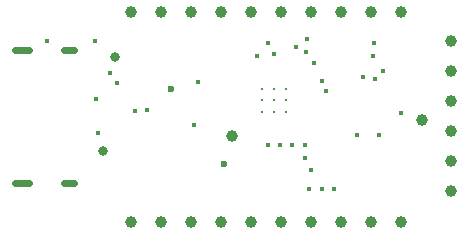
<source format=gbr>
%TF.GenerationSoftware,KiCad,Pcbnew,9.0.3*%
%TF.CreationDate,2025-07-24T11:08:29+02:00*%
%TF.ProjectId,USBtoUART,55534274-6f55-4415-9254-2e6b69636164,v1.0*%
%TF.SameCoordinates,Original*%
%TF.FileFunction,Plated,1,2,PTH,Mixed*%
%TF.FilePolarity,Positive*%
%FSLAX46Y46*%
G04 Gerber Fmt 4.6, Leading zero omitted, Abs format (unit mm)*
G04 Created by KiCad (PCBNEW 9.0.3) date 2025-07-24 11:08:29*
%MOMM*%
%LPD*%
G01*
G04 APERTURE LIST*
%TA.AperFunction,ComponentDrill*%
%ADD10C,0.200000*%
%TD*%
%TA.AperFunction,ViaDrill*%
%ADD11C,0.400000*%
%TD*%
%TA.AperFunction,ViaDrill*%
%ADD12C,0.600000*%
%TD*%
G04 aperture for slot hole*
%TA.AperFunction,ComponentDrill*%
%ADD13C,0.600000*%
%TD*%
%TA.AperFunction,ViaDrill*%
%ADD14C,0.800000*%
%TD*%
%TA.AperFunction,ViaDrill*%
%ADD15C,1.000000*%
%TD*%
%TA.AperFunction,ComponentDrill*%
%ADD16C,1.000000*%
%TD*%
G04 APERTURE END LIST*
D10*
%TO.C,U1*%
X129120000Y-106860000D03*
X129120000Y-107860000D03*
X129120000Y-108860000D03*
X130120000Y-106860000D03*
X130120000Y-107860000D03*
X130120000Y-108860000D03*
X131120000Y-106860000D03*
X131120000Y-107860000D03*
X131120000Y-108860000D03*
%TD*%
D11*
X110870000Y-102790000D03*
X114930000Y-102790000D03*
X115040451Y-107724951D03*
X115180000Y-110650000D03*
X116220000Y-105530000D03*
X116840000Y-106400000D03*
X118341734Y-108720344D03*
X119338003Y-108640000D03*
X123350000Y-109920000D03*
X123650000Y-106280000D03*
X128644489Y-104080000D03*
X129550000Y-102980000D03*
X129550000Y-111600000D03*
X130093490Y-103950000D03*
X130620000Y-111600000D03*
X131660000Y-111600000D03*
X131930000Y-103330000D03*
X132760000Y-111600000D03*
X132760000Y-112694030D03*
X132843357Y-103735937D03*
X132850000Y-102690000D03*
X133080000Y-115370000D03*
X133209531Y-113760000D03*
X133474265Y-104720545D03*
X134134500Y-106180268D03*
X134180000Y-115370000D03*
X134533192Y-107096809D03*
X135200000Y-115370000D03*
X137106454Y-110760000D03*
X137619999Y-105890001D03*
X138501480Y-104102619D03*
X138570000Y-103009500D03*
X138677716Y-106035912D03*
X138950000Y-110760000D03*
X139311814Y-105401814D03*
X140870000Y-108950000D03*
D12*
X121404500Y-106880618D03*
X125870000Y-113200000D03*
D13*
%TO.C,J1*%
X108140000Y-103600000D02*
X109340000Y-103600000D01*
X108140000Y-114840000D02*
X109340000Y-114840000D01*
X112340000Y-103600000D02*
X113140000Y-103600000D01*
X112340000Y-114840000D02*
X113140000Y-114840000D01*
%TD*%
D14*
X115650000Y-112110000D03*
X116619760Y-104161774D03*
D15*
X126519757Y-110856870D03*
X142610000Y-109540000D03*
D16*
%TO.C,J4*%
X117965000Y-100330000D03*
%TO.C,J2*%
X117965000Y-118110000D03*
%TO.C,J4*%
X120505000Y-100330000D03*
%TO.C,J2*%
X120505000Y-118110000D03*
%TO.C,J4*%
X123045000Y-100330000D03*
%TO.C,J2*%
X123045000Y-118110000D03*
%TO.C,J4*%
X125585000Y-100330000D03*
%TO.C,J2*%
X125585000Y-118110000D03*
%TO.C,J4*%
X128125000Y-100330000D03*
%TO.C,J2*%
X128125000Y-118110000D03*
%TO.C,J4*%
X130665000Y-100330000D03*
%TO.C,J2*%
X130665000Y-118110000D03*
%TO.C,J4*%
X133205000Y-100330000D03*
%TO.C,J2*%
X133205000Y-118110000D03*
%TO.C,J4*%
X135745000Y-100330000D03*
%TO.C,J2*%
X135745000Y-118110000D03*
%TO.C,J4*%
X138285000Y-100330000D03*
%TO.C,J2*%
X138285000Y-118110000D03*
%TO.C,J4*%
X140825000Y-100330000D03*
%TO.C,J2*%
X140825000Y-118110000D03*
%TO.C,J3*%
X145100000Y-102860000D03*
X145100000Y-105400000D03*
X145100000Y-107940000D03*
X145100000Y-110480000D03*
X145100000Y-113020000D03*
X145100000Y-115560000D03*
M02*

</source>
